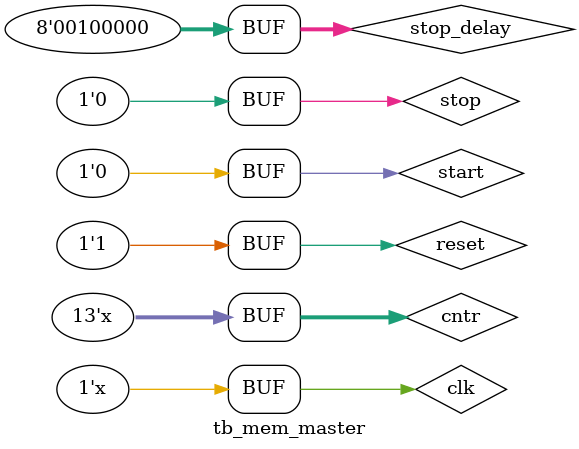
<source format=v>
`timescale 1ns/100ps
module tb_mem_master();

reg reset;
reg clk;
reg start;
reg stop;
reg [7:0] stop_delay;
reg [12:0] cntr;

wire av_cs;
wire av_write;
wire [7:0] av_addr;
wire [7:0] ram_ptr;
wire stop_detected;
wire buffer_full;
wire [7:0] sample_size;
wire [12:0] pulse_abs_coord;


initial 
     begin
	 reset=1;
	 clk=1;
	 start=0;
	 stop=0;
	 stop_delay=16;
	 cntr=0;
	 
	 #100
	 reset=0;
	 #50
	 start<=1;
	 #10
	 start<=0;
	 #5000
	 stop<=1;
	 #10
	 stop<=0;
	 #1000
	 reset<=1;
	 #10 
	 stop_delay<=32;
	 reset<=0;
	 #100
	 start<=1;
	 #10
	 start<=0;
	 #1500
	 stop<=1;
	 #10
	 stop<=0;
	 #500
	 reset<=1;
	 end 

	 
always #5 clk<=~clk;
always #10 cntr<=cntr+1;

memory_master u0
(
.reset(reset), //reset 
.ref_clk(clk), //reference clk
.start(start),//start pulse for recording
.stop(stop), //stop pulse for recording
.stop_delay(stop_delay), //delay from stop pulse to the end of recording
.coarse_counter(cntr),
//avalon mm master
.av_cs(av_cs),
.av_addr(av_addr),
.av_write(av_write),
//Status signals
.ram_ptr(ram_ptr), //current value of RAM pointer (memory master bus)
.stop_detected(stop_detected), //stop pulse detected, flag
.buffer_full(buffer_full), //process of recording was stoped
.sample_size(sample_size), //count of samples recorded after start-pulse
.pulse_abs_coord(pulse_abs_coord) //absolute position of the pulse
);

endmodule 
</source>
